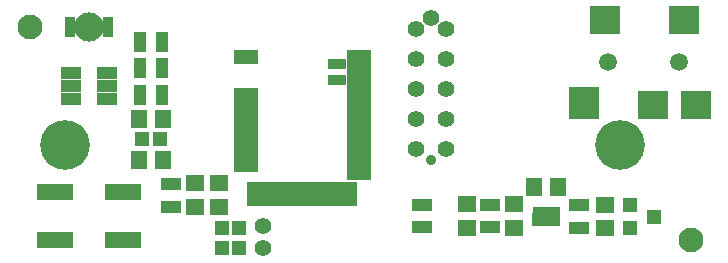
<source format=gts>
G04 #@! TF.GenerationSoftware,KiCad,Pcbnew,no-vcs-found-e5c4cfc~61~ubuntu16.04.1*
G04 #@! TF.CreationDate,2017-11-03T16:10:43+05:30*
G04 #@! TF.ProjectId,snap_rev2,736E61705F726576322E6B696361645F,rev?*
G04 #@! TF.SameCoordinates,Original*
G04 #@! TF.FileFunction,Soldermask,Top*
G04 #@! TF.FilePolarity,Negative*
%FSLAX46Y46*%
G04 Gerber Fmt 4.6, Leading zero omitted, Abs format (unit mm)*
G04 Created by KiCad (PCBNEW no-vcs-found-e5c4cfc~61~ubuntu16.04.1) date Fri Nov  3 16:10:43 2017*
%MOMM*%
%LPD*%
G01*
G04 APERTURE LIST*
%ADD10C,4.200000*%
%ADD11R,1.100000X1.700000*%
%ADD12C,2.480000*%
%ADD13R,0.830000X1.680000*%
%ADD14C,1.400000*%
%ADD15C,0.900000*%
%ADD16R,1.600000X0.900000*%
%ADD17R,2.000000X1.300000*%
%ADD18R,2.000000X0.900000*%
%ADD19R,0.900000X2.000000*%
%ADD20R,1.250000X0.680000*%
%ADD21R,1.150000X0.680000*%
%ADD22R,1.700000X1.100000*%
%ADD23R,1.300000X1.200000*%
%ADD24C,2.100000*%
%ADD25R,1.650000X1.400000*%
%ADD26R,1.400000X1.650000*%
%ADD27R,1.200000X1.150000*%
%ADD28R,2.600000X2.400000*%
%ADD29R,2.600000X2.800000*%
%ADD30C,1.500000*%
%ADD31R,3.150000X1.400000*%
G04 APERTURE END LIST*
D10*
X102000000Y-100000000D03*
X55000000Y-100000000D03*
D11*
X61300000Y-93500000D03*
X63200000Y-93500000D03*
D12*
X57000000Y-90000000D03*
D13*
X55375000Y-90000000D03*
X58625000Y-90000000D03*
D14*
X84730000Y-100330000D03*
X84730000Y-97790000D03*
X84730000Y-95250000D03*
X84730000Y-92710000D03*
X84730000Y-90170000D03*
X87270000Y-90170000D03*
X87270000Y-92710000D03*
X87270000Y-95250000D03*
X87270000Y-97790000D03*
X87270000Y-100330000D03*
D15*
X86000000Y-101250000D03*
D14*
X86000000Y-89250000D03*
D16*
X78000000Y-94500000D03*
X78000000Y-93100000D03*
D17*
X79850000Y-92550000D03*
D18*
X79850000Y-93450000D03*
X79850000Y-94150000D03*
X79850000Y-94850000D03*
X79850000Y-95550000D03*
X79850000Y-96250000D03*
X79850000Y-96950000D03*
X79850000Y-97650000D03*
X79850000Y-98350000D03*
X79850000Y-99050000D03*
X79850000Y-99750000D03*
X79850000Y-100450000D03*
X79850000Y-101150000D03*
X79850000Y-101850000D03*
X79850000Y-102550000D03*
D19*
X79300000Y-104100000D03*
X78600000Y-104100000D03*
X77900000Y-104100000D03*
X77200000Y-104100000D03*
X76500000Y-104100000D03*
X75800000Y-104100000D03*
X75100000Y-104100000D03*
X74400000Y-104100000D03*
X73700000Y-104100000D03*
X73000000Y-104100000D03*
X72300000Y-104100000D03*
X71600000Y-104100000D03*
D18*
X70350000Y-101850000D03*
X70350000Y-101150000D03*
X70350000Y-100450000D03*
X70350000Y-99750000D03*
X70350000Y-99050000D03*
X70350000Y-98350000D03*
X70350000Y-97650000D03*
X70350000Y-96950000D03*
X70350000Y-96250000D03*
D17*
X70350000Y-92550000D03*
D18*
X70350000Y-95550000D03*
D19*
X70800000Y-104100000D03*
D20*
X95197000Y-105545000D03*
D21*
X95147000Y-106045000D03*
X95147000Y-106545000D03*
X96297000Y-106545000D03*
X96297000Y-106045000D03*
X96297000Y-105545000D03*
D22*
X64000000Y-105200000D03*
X64000000Y-103300000D03*
D11*
X61300000Y-95750000D03*
X63200000Y-95750000D03*
X61300000Y-91250000D03*
X63200000Y-91250000D03*
D22*
X85250000Y-106950000D03*
X85250000Y-105050000D03*
X98516000Y-105095000D03*
X98516000Y-106995000D03*
X91000000Y-106950000D03*
X91000000Y-105050000D03*
D23*
X102850000Y-105095000D03*
X102850000Y-106995000D03*
X104850000Y-106045000D03*
D24*
X108000000Y-108000000D03*
D25*
X93000000Y-105000000D03*
X93000000Y-107000000D03*
D26*
X61250000Y-101250000D03*
X63250000Y-101250000D03*
D27*
X61500000Y-99500000D03*
X63000000Y-99500000D03*
D22*
X55450000Y-93900000D03*
X55450000Y-95000000D03*
X55450000Y-96100000D03*
X58550000Y-96100000D03*
X58550000Y-95000000D03*
X58550000Y-93900000D03*
D26*
X94722000Y-103505000D03*
X96722000Y-103505000D03*
D27*
X68250000Y-108750000D03*
X69750000Y-108750000D03*
D25*
X68000000Y-103250000D03*
X68000000Y-105250000D03*
D27*
X68250000Y-107000000D03*
X69750000Y-107000000D03*
D25*
X66000000Y-103250000D03*
X66000000Y-105250000D03*
X89000000Y-107000000D03*
X89000000Y-105000000D03*
X100675000Y-107045000D03*
X100675000Y-105045000D03*
D26*
X63250000Y-97750000D03*
X61250000Y-97750000D03*
D28*
X107400000Y-89400000D03*
X100700000Y-89400000D03*
X108400000Y-96600000D03*
X104800000Y-96600000D03*
D29*
X98900000Y-96400000D03*
D30*
X101000000Y-93000000D03*
X107000000Y-93000000D03*
D24*
X52000000Y-90000000D03*
D31*
X59875000Y-104000000D03*
X54125000Y-104000000D03*
X54125000Y-108000000D03*
X59875000Y-108000000D03*
D14*
X71750000Y-106850000D03*
X71750000Y-108750000D03*
M02*

</source>
